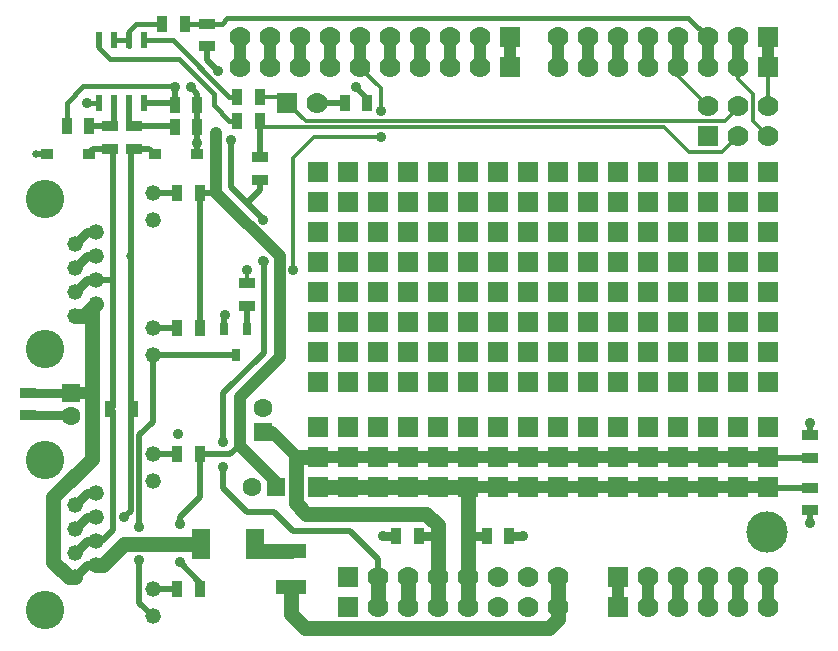
<source format=gtl>
G04 #@! TF.FileFunction,Copper,L1,Top,Signal*
%FSLAX46Y46*%
G04 Gerber Fmt 4.6, Leading zero omitted, Abs format (unit mm)*
G04 Created by KiCad (PCBNEW (2014-jul-16 BZR unknown)-product) date Ter 09 Dez 2014 18:31:11 BRST*
%MOMM*%
G01*
G04 APERTURE LIST*
%ADD10C,0.150000*%
%ADD11C,3.500000*%
%ADD12C,1.778000*%
%ADD13R,1.778000X1.778000*%
%ADD14C,1.600000*%
%ADD15R,1.600000X1.600000*%
%ADD16R,1.397000X0.889000*%
%ADD17R,0.889000X1.397000*%
%ADD18R,1.500000X2.600000*%
%ADD19R,1.016000X0.850900*%
%ADD20C,1.320800*%
%ADD21C,3.251200*%
%ADD22R,0.800100X1.000760*%
%ADD23R,0.599440X1.399540*%
%ADD24R,2.540000X1.270000*%
%ADD25C,0.889000*%
%ADD26C,0.635000*%
%ADD27C,1.270000*%
%ADD28C,0.762000*%
%ADD29C,1.016000*%
%ADD30C,0.508000*%
%ADD31C,0.381000*%
%ADD32C,0.304800*%
%ADD33C,0.254000*%
G04 APERTURE END LIST*
D10*
D11*
X63632400Y-44450000D03*
D12*
X63652400Y-50800000D03*
X61112400Y-50800000D03*
X58572400Y-50800000D03*
D13*
X50952400Y-50800000D03*
D12*
X53492400Y-50800000D03*
X56032400Y-50800000D03*
X63652400Y-48260000D03*
X61112400Y-48260000D03*
X58572400Y-48260000D03*
D13*
X50952400Y-48260000D03*
D12*
X53492400Y-48260000D03*
X56032400Y-48260000D03*
D14*
X4673600Y-34629600D03*
D15*
X4673600Y-32629600D03*
D16*
X1041400Y-34556700D03*
X1041400Y-32651700D03*
X67208400Y-42608500D03*
X67208400Y-40703500D03*
D17*
X15354300Y-8255000D03*
X13449300Y-8255000D03*
D16*
X67208400Y-36258500D03*
X67208400Y-38163500D03*
D17*
X41770300Y-44754800D03*
X39865300Y-44754800D03*
D14*
X20005800Y-40640000D03*
D15*
X22005800Y-40640000D03*
D17*
X32194500Y-44754800D03*
X34099500Y-44754800D03*
D14*
X20929600Y-33975800D03*
D15*
X20929600Y-35975800D03*
D18*
X15712400Y-45440000D03*
X20212400Y-45440000D03*
D19*
X11734800Y-12446000D03*
X15290800Y-12446000D03*
X6146800Y-12446000D03*
X2590800Y-12446000D03*
D12*
X18948400Y-2540000D03*
X26568400Y-2540000D03*
X29108400Y-2540000D03*
X24028400Y-2540000D03*
X21488400Y-2540000D03*
X31648400Y-2540000D03*
X34188400Y-2540000D03*
D13*
X41808400Y-2540000D03*
D12*
X39268400Y-2540000D03*
X36728400Y-2540000D03*
X18948400Y-5080000D03*
X26568400Y-5080000D03*
X29108400Y-5080000D03*
X24028400Y-5080000D03*
X21488400Y-5080000D03*
X31648400Y-5080000D03*
X34188400Y-5080000D03*
D13*
X41808400Y-5080000D03*
D12*
X39268400Y-5080000D03*
X36728400Y-5080000D03*
X48412400Y-2540000D03*
X50952400Y-2540000D03*
X45872400Y-2540000D03*
X53492400Y-2540000D03*
X56032400Y-2540000D03*
D13*
X63652400Y-2540000D03*
D12*
X61112400Y-2540000D03*
X58572400Y-2540000D03*
X48412400Y-5080000D03*
X50952400Y-5080000D03*
X45872400Y-5080000D03*
X53492400Y-5080000D03*
X56032400Y-5080000D03*
D13*
X63652400Y-5080000D03*
D12*
X61112400Y-5080000D03*
X58572400Y-5080000D03*
D20*
X11582400Y-29413200D03*
X11582400Y-27127200D03*
X11582400Y-17983200D03*
X11582400Y-15697200D03*
X6756400Y-18999200D03*
X6756400Y-21031200D03*
X6756400Y-23063200D03*
X6756400Y-25095200D03*
X4978400Y-22047200D03*
X4978400Y-24079200D03*
X4978400Y-20015200D03*
X4978400Y-26111200D03*
D21*
X2438400Y-28905200D03*
X2438400Y-16205200D03*
D20*
X11582400Y-51562000D03*
X11582400Y-49276000D03*
X11582400Y-40132000D03*
X11582400Y-37846000D03*
X6756400Y-41148000D03*
X6756400Y-43180000D03*
X6756400Y-45212000D03*
X6756400Y-47244000D03*
X4978400Y-44196000D03*
X4978400Y-46228000D03*
X4978400Y-42164000D03*
X4978400Y-48260000D03*
D21*
X2438400Y-51054000D03*
X2438400Y-38354000D03*
D13*
X58572400Y-10922000D03*
D12*
X58572400Y-8382000D03*
X61112400Y-10922000D03*
X61112400Y-8382000D03*
X63652400Y-10922000D03*
X63652400Y-8382000D03*
X43332400Y-50800000D03*
X40792400Y-50800000D03*
X45872400Y-50800000D03*
X38252400Y-50800000D03*
X35712400Y-50800000D03*
D13*
X28092400Y-50800000D03*
D12*
X30632400Y-50800000D03*
X33172400Y-50800000D03*
X43332400Y-48260000D03*
X40792400Y-48260000D03*
X45872400Y-48260000D03*
X38252400Y-48260000D03*
X35712400Y-48260000D03*
D13*
X28092400Y-48260000D03*
D12*
X30632400Y-48260000D03*
X33172400Y-48260000D03*
D13*
X63652400Y-29210000D03*
X61112400Y-29210000D03*
X58572400Y-29210000D03*
X56032400Y-29210000D03*
X53492400Y-29210000D03*
X50952400Y-29210000D03*
X48412400Y-29210000D03*
X40792400Y-29210000D03*
X38252400Y-29210000D03*
X43332400Y-29210000D03*
X45872400Y-29210000D03*
X35712400Y-29210000D03*
X33172400Y-29210000D03*
X25552400Y-29210000D03*
X28092400Y-29210000D03*
X30632400Y-29210000D03*
X30632400Y-31750000D03*
X28092400Y-31750000D03*
X25552400Y-31750000D03*
X33172400Y-31750000D03*
X35712400Y-31750000D03*
X45872400Y-31750000D03*
X43332400Y-31750000D03*
X38252400Y-31750000D03*
X40792400Y-31750000D03*
X48412400Y-31750000D03*
X50952400Y-31750000D03*
X53492400Y-31750000D03*
X56032400Y-31750000D03*
X58572400Y-31750000D03*
X61112400Y-31750000D03*
X63652400Y-31750000D03*
X63652400Y-26670000D03*
X61112400Y-26670000D03*
X58572400Y-26670000D03*
X56032400Y-26670000D03*
X53492400Y-26670000D03*
X50952400Y-26670000D03*
X48412400Y-26670000D03*
X40792400Y-26670000D03*
X38252400Y-26670000D03*
X43332400Y-26670000D03*
X45872400Y-26670000D03*
X35712400Y-26670000D03*
X33172400Y-26670000D03*
X25552400Y-26670000D03*
X28092400Y-26670000D03*
X30632400Y-26670000D03*
X30632400Y-24130000D03*
X28092400Y-24130000D03*
X25552400Y-24130000D03*
X33172400Y-24130000D03*
X35712400Y-24130000D03*
X45872400Y-24130000D03*
X43332400Y-24130000D03*
X38252400Y-24130000D03*
X40792400Y-24130000D03*
X48412400Y-24130000D03*
X50952400Y-24130000D03*
X53492400Y-24130000D03*
X56032400Y-24130000D03*
X58572400Y-24130000D03*
X61112400Y-24130000D03*
X63652400Y-24130000D03*
X63652400Y-21590000D03*
X61112400Y-21590000D03*
X58572400Y-21590000D03*
X56032400Y-21590000D03*
X53492400Y-21590000D03*
X50952400Y-21590000D03*
X48412400Y-21590000D03*
X40792400Y-21590000D03*
X38252400Y-21590000D03*
X43332400Y-21590000D03*
X45872400Y-21590000D03*
X35712400Y-21590000D03*
X33172400Y-21590000D03*
X25552400Y-21590000D03*
X28092400Y-21590000D03*
X30632400Y-21590000D03*
X30632400Y-19050000D03*
X28092400Y-19050000D03*
X25552400Y-19050000D03*
X33172400Y-19050000D03*
X35712400Y-19050000D03*
X45872400Y-19050000D03*
X43332400Y-19050000D03*
X38252400Y-19050000D03*
X40792400Y-19050000D03*
X48412400Y-19050000D03*
X50952400Y-19050000D03*
X53492400Y-19050000D03*
X56032400Y-19050000D03*
X58572400Y-19050000D03*
X61112400Y-19050000D03*
X63652400Y-19050000D03*
X63652400Y-16510000D03*
X61112400Y-16510000D03*
X58572400Y-16510000D03*
X56032400Y-16510000D03*
X53492400Y-16510000D03*
X50952400Y-16510000D03*
X48412400Y-16510000D03*
X40792400Y-16510000D03*
X38252400Y-16510000D03*
X43332400Y-16510000D03*
X45872400Y-16510000D03*
X35712400Y-16510000D03*
X33172400Y-16510000D03*
X25552400Y-16510000D03*
X28092400Y-16510000D03*
X30632400Y-16510000D03*
X30632400Y-13970000D03*
X28092400Y-13970000D03*
X25552400Y-13970000D03*
X33172400Y-13970000D03*
X35712400Y-13970000D03*
X45872400Y-13970000D03*
X43332400Y-13970000D03*
X38252400Y-13970000D03*
X40792400Y-13970000D03*
X48412400Y-13970000D03*
X50952400Y-13970000D03*
X53492400Y-13970000D03*
X56032400Y-13970000D03*
X58572400Y-13970000D03*
X61112400Y-13970000D03*
X63652400Y-13970000D03*
X63652400Y-38100000D03*
X61112400Y-38100000D03*
X58572400Y-38100000D03*
X56032400Y-38100000D03*
X53492400Y-38100000D03*
X50952400Y-38100000D03*
X48412400Y-38100000D03*
X40792400Y-38100000D03*
X38252400Y-38100000D03*
X43332400Y-38100000D03*
X45872400Y-38100000D03*
X35712400Y-38100000D03*
X33172400Y-38100000D03*
X25552400Y-38100000D03*
X28092400Y-38100000D03*
X30632400Y-38100000D03*
X63652400Y-40640000D03*
X61112400Y-40640000D03*
X58572400Y-40640000D03*
X56032400Y-40640000D03*
X53492400Y-40640000D03*
X50952400Y-40640000D03*
X48412400Y-40640000D03*
X40792400Y-40640000D03*
X38252400Y-40640000D03*
X43332400Y-40640000D03*
X45872400Y-40640000D03*
X35712400Y-40640000D03*
X33172400Y-40640000D03*
X25552400Y-40640000D03*
X28092400Y-40640000D03*
X30632400Y-40640000D03*
X63652400Y-35560000D03*
X61112400Y-35560000D03*
X58572400Y-35560000D03*
X56032400Y-35560000D03*
X53492400Y-35560000D03*
X50952400Y-35560000D03*
X48412400Y-35560000D03*
X40792400Y-35560000D03*
X38252400Y-35560000D03*
X43332400Y-35560000D03*
X45872400Y-35560000D03*
X35712400Y-35560000D03*
X33172400Y-35560000D03*
X25552400Y-35560000D03*
X28092400Y-35560000D03*
X30632400Y-35560000D03*
D22*
X18612400Y-29449820D03*
X17659900Y-27250180D03*
X19564900Y-27250180D03*
D17*
X9893300Y-34036000D03*
X7988300Y-34036000D03*
D16*
X9956800Y-12001500D03*
X9956800Y-10096500D03*
X7924800Y-12001500D03*
X7924800Y-10096500D03*
D17*
X13449300Y-10160000D03*
X15354300Y-10160000D03*
X4305300Y-10033000D03*
X6210300Y-10033000D03*
D16*
X20632400Y-12687500D03*
X20632400Y-14592500D03*
X16182400Y-1387500D03*
X16182400Y-3292500D03*
X19562400Y-25282500D03*
X19562400Y-23377500D03*
D17*
X13679900Y-49280000D03*
X15584900Y-49280000D03*
X13679900Y-37850000D03*
X15584900Y-37850000D03*
X13679900Y-27130000D03*
X15584900Y-27130000D03*
X13679900Y-15700000D03*
X15584900Y-15700000D03*
X18729900Y-7590000D03*
X20634900Y-7590000D03*
X12409900Y-1400000D03*
X14314900Y-1400000D03*
X18729900Y-9610000D03*
X20634900Y-9610000D03*
D23*
X10845800Y-8128000D03*
X10845800Y-2794000D03*
X9575800Y-8128000D03*
X8305800Y-8128000D03*
X7035800Y-8128000D03*
X9575800Y-2794000D03*
X8305800Y-2794000D03*
X7035800Y-2794000D03*
D13*
X22992400Y-8120000D03*
D12*
X25532400Y-8120000D03*
D17*
X29764900Y-8120000D03*
X27859900Y-8120000D03*
D24*
X23292400Y-49124000D03*
X23292400Y-46076000D03*
D25*
X13742400Y-36170000D03*
X13432400Y-6780000D03*
X16982400Y-10680000D03*
X22021800Y-40640000D03*
X13852400Y-46990000D03*
X13852400Y-43770000D03*
X28802400Y-6770000D03*
X14802400Y-6780000D03*
X15354300Y-11460000D03*
X17662400Y-26040000D03*
D26*
X1689100Y-12446000D03*
D25*
X5994400Y-8128000D03*
X67208400Y-35204400D03*
X67208400Y-43637200D03*
X42926000Y-44754800D03*
X31038800Y-44754800D03*
X30882400Y-8830000D03*
X30882400Y-10970000D03*
X19562400Y-22280000D03*
X23502400Y-22280000D03*
X9142400Y-43180000D03*
D26*
X9677400Y-21031200D03*
D25*
X10462400Y-46840000D03*
X10462400Y-43980000D03*
X18232400Y-11270000D03*
X20962400Y-21460000D03*
X17542400Y-38960000D03*
X17542400Y-36780000D03*
X20962400Y-17980000D03*
X17082400Y-5380000D03*
D27*
X6756400Y-47244000D02*
X7388400Y-47244000D01*
X9192400Y-45440000D02*
X15712400Y-45440000D01*
X7388400Y-47244000D02*
X9192400Y-45440000D01*
D28*
X5994400Y-47244000D02*
X4978400Y-48260000D01*
X6756400Y-47244000D02*
X5994400Y-47244000D01*
D27*
X6400800Y-25450800D02*
X6756400Y-25095200D01*
X3149600Y-46939200D02*
X3149600Y-41503600D01*
X4978400Y-48260000D02*
X4470400Y-48260000D01*
X3149600Y-46939200D02*
X4470400Y-48260000D01*
X3149600Y-41503600D02*
X6400800Y-38252400D01*
X6400800Y-32613600D02*
X6400800Y-25450800D01*
X6400800Y-38252400D02*
X6400800Y-32613600D01*
X6400800Y-25450800D02*
X6756400Y-25095200D01*
X5740400Y-26111200D02*
X6400800Y-25450800D01*
X4978400Y-26111200D02*
X5740400Y-26111200D01*
D29*
X6400800Y-32629600D02*
X6400800Y-32613600D01*
X4673600Y-32629600D02*
X6400800Y-32629600D01*
D28*
X4651500Y-32651700D02*
X4673600Y-32629600D01*
X1041400Y-32651700D02*
X4651500Y-32651700D01*
D29*
X20929600Y-35975800D02*
X21698200Y-35975800D01*
X21698200Y-35975800D02*
X23822400Y-38100000D01*
D27*
X34721800Y-42875200D02*
X24587200Y-42875200D01*
X35712400Y-50800000D02*
X35712400Y-48260000D01*
D29*
X25552400Y-38100000D02*
X28092400Y-38100000D01*
X28092400Y-38100000D02*
X30632400Y-38100000D01*
X30632400Y-38100000D02*
X33172400Y-38100000D01*
X33172400Y-38100000D02*
X35712400Y-38100000D01*
X35712400Y-38100000D02*
X38252400Y-38100000D01*
X38252400Y-38100000D02*
X40792400Y-38100000D01*
X40792400Y-38100000D02*
X43332400Y-38100000D01*
X43332400Y-38100000D02*
X45872400Y-38100000D01*
X45872400Y-38100000D02*
X48412400Y-38100000D01*
X48412400Y-38100000D02*
X50952400Y-38100000D01*
X50952400Y-38100000D02*
X53492400Y-38100000D01*
X53492400Y-38100000D02*
X56032400Y-38100000D01*
X56032400Y-38100000D02*
X58572400Y-38100000D01*
X58572400Y-38100000D02*
X61112400Y-38100000D01*
X61112400Y-38100000D02*
X63652400Y-38100000D01*
D28*
X35775900Y-48196500D02*
X35712400Y-48260000D01*
D29*
X35775900Y-48196500D02*
X35712400Y-48260000D01*
D30*
X63715900Y-38163500D02*
X63652400Y-38100000D01*
X67208400Y-38163500D02*
X63715900Y-38163500D01*
D27*
X23723600Y-38100000D02*
X23822400Y-38100000D01*
X23822400Y-38100000D02*
X25552400Y-38100000D01*
X23698200Y-41986200D02*
X23698200Y-38125400D01*
X35712400Y-43865800D02*
X34721800Y-42875200D01*
X24587200Y-42875200D02*
X23698200Y-41986200D01*
X23698200Y-38125400D02*
X23723600Y-38100000D01*
X35712400Y-44856400D02*
X35712400Y-43865800D01*
X35712400Y-48260000D02*
X35712400Y-44856400D01*
D28*
X35712400Y-44754800D02*
X35712400Y-44856400D01*
X34099500Y-44754800D02*
X35712400Y-44754800D01*
D30*
X18952400Y-37110000D02*
X18852400Y-37110000D01*
X18112400Y-37850000D02*
X15584900Y-37850000D01*
X18852400Y-37110000D02*
X18112400Y-37850000D01*
D29*
X22005800Y-40640000D02*
X22005800Y-40163400D01*
X22005800Y-40163400D02*
X18952400Y-37110000D01*
X18952400Y-37110000D02*
X18952400Y-32970000D01*
D30*
X15584900Y-15700000D02*
X16922400Y-15700000D01*
X16922400Y-15700000D02*
X16982400Y-15760000D01*
D31*
X5689600Y-6705600D02*
X13358000Y-6705600D01*
X5689600Y-6705600D02*
X4305300Y-8089900D01*
X4305300Y-10033000D02*
X4305300Y-8089900D01*
X13358000Y-6705600D02*
X13432400Y-6780000D01*
D30*
X13432400Y-8238100D02*
X13432400Y-6780000D01*
D29*
X22322400Y-21100000D02*
X16982400Y-15760000D01*
X22322400Y-29600000D02*
X22322400Y-21100000D01*
X18952400Y-32970000D02*
X22322400Y-29600000D01*
X16982400Y-15760000D02*
X16982400Y-10680000D01*
D30*
X13432400Y-8238100D02*
X13449300Y-8255000D01*
X15584900Y-27130000D02*
X15584900Y-15700000D01*
D29*
X63652400Y-40640000D02*
X61112400Y-40640000D01*
D27*
X38252400Y-50800000D02*
X38252400Y-48260000D01*
D29*
X61112400Y-40640000D02*
X58572400Y-40640000D01*
X58572400Y-40640000D02*
X56032400Y-40640000D01*
X56032400Y-40640000D02*
X53492400Y-40640000D01*
X53492400Y-40640000D02*
X50952400Y-40640000D01*
X48412400Y-40640000D02*
X45872400Y-40640000D01*
X50952400Y-40640000D02*
X48412400Y-40640000D01*
X43332400Y-40640000D02*
X45872400Y-40640000D01*
X40792400Y-40640000D02*
X43332400Y-40640000D01*
X38252400Y-40640000D02*
X40792400Y-40640000D01*
D27*
X35712400Y-40640000D02*
X38252400Y-40640000D01*
X25552400Y-40640000D02*
X28092400Y-40640000D01*
X28092400Y-40640000D02*
X30632400Y-40640000D01*
X30632400Y-40640000D02*
X33172400Y-40640000D01*
X33172400Y-40640000D02*
X35712400Y-40640000D01*
D30*
X63715900Y-40703500D02*
X63652400Y-40640000D01*
X67208400Y-40703500D02*
X63715900Y-40703500D01*
D27*
X38252400Y-44754800D02*
X38252400Y-40640000D01*
X38252400Y-48260000D02*
X38252400Y-44754800D01*
D28*
X39865300Y-44754800D02*
X38252400Y-44754800D01*
D30*
X15584900Y-48722500D02*
X15584900Y-49280000D01*
X15584900Y-41437500D02*
X13852400Y-43170000D01*
X13852400Y-43170000D02*
X13852400Y-43770000D01*
X15584900Y-37850000D02*
X15584900Y-41437500D01*
X13852400Y-46990000D02*
X15584900Y-48722500D01*
X13322300Y-8128000D02*
X13449300Y-8255000D01*
X13322300Y-8128000D02*
X13449300Y-8255000D01*
X10845800Y-8128000D02*
X13322300Y-8128000D01*
X13449300Y-8255000D02*
X13462000Y-8255000D01*
D29*
X50952400Y-50800000D02*
X50952400Y-48260000D01*
X53492400Y-48260000D02*
X53492400Y-50800000D01*
X56032400Y-50800000D02*
X56032400Y-48260000D01*
X58572400Y-48260000D02*
X58572400Y-50800000D01*
X21488400Y-2540000D02*
X21488400Y-5080000D01*
X61112400Y-50800000D02*
X61112400Y-48260000D01*
X18948400Y-2540000D02*
X18948400Y-5080000D01*
X63652400Y-48260000D02*
X63652400Y-50800000D01*
X24028400Y-2540000D02*
X24028400Y-5080000D01*
D32*
X29764900Y-8120000D02*
X29764900Y-7732500D01*
D30*
X29764900Y-7732500D02*
X28802400Y-6770000D01*
X15354300Y-8255000D02*
X15354300Y-7331900D01*
X15354300Y-7331900D02*
X14802400Y-6780000D01*
X17659900Y-27250180D02*
X17659900Y-26042500D01*
X17659900Y-26042500D02*
X17662400Y-26040000D01*
X2694940Y-12446000D02*
X1689100Y-12446000D01*
D29*
X26568400Y-2540000D02*
X26568400Y-5080000D01*
D28*
X5994400Y-41148000D02*
X4978400Y-42164000D01*
X6756400Y-41148000D02*
X5994400Y-41148000D01*
D30*
X15354300Y-8255000D02*
X15354300Y-10160000D01*
D31*
X7035800Y-8128000D02*
X5994400Y-8128000D01*
D30*
X67208400Y-36258500D02*
X67208400Y-35204400D01*
X67208400Y-42608500D02*
X67208400Y-43637200D01*
D28*
X5994400Y-18999200D02*
X4978400Y-20015200D01*
X6756400Y-18999200D02*
X5994400Y-18999200D01*
X4600700Y-34556700D02*
X4673600Y-34629600D01*
X1041400Y-34556700D02*
X4600700Y-34556700D01*
X41770300Y-44754800D02*
X42926000Y-44754800D01*
X32194500Y-44754800D02*
X31038800Y-44754800D01*
D30*
X15354300Y-12278360D02*
X15186660Y-12446000D01*
X15354300Y-10160000D02*
X15354300Y-11460000D01*
X15354300Y-11460000D02*
X15354300Y-12278360D01*
D32*
X63652400Y-5080000D02*
X63652400Y-8382000D01*
D29*
X63652400Y-2540000D02*
X63652400Y-5080000D01*
D33*
X63652400Y-5080000D02*
X63652400Y-5842000D01*
D32*
X61112400Y-5080000D02*
X61112400Y-6120000D01*
X62372400Y-9642000D02*
X63652400Y-10922000D01*
X62372400Y-7380000D02*
X62372400Y-9642000D01*
X61112400Y-6120000D02*
X62372400Y-7380000D01*
D29*
X61112400Y-2540000D02*
X61112400Y-5080000D01*
D33*
X61112400Y-5080000D02*
X61112400Y-5842000D01*
D29*
X36728400Y-2540000D02*
X36728400Y-5080000D01*
X34188400Y-2540000D02*
X34188400Y-5080000D01*
X31648400Y-2540000D02*
X31648400Y-5080000D01*
D32*
X30882400Y-10970000D02*
X25262400Y-10970000D01*
X30882400Y-6880000D02*
X30882400Y-8830000D01*
X29108400Y-5106000D02*
X30882400Y-6880000D01*
X23502400Y-22280000D02*
X23502400Y-12730000D01*
X19562400Y-22280000D02*
X19562400Y-23377500D01*
X25262400Y-10970000D02*
X23502400Y-12730000D01*
X29108400Y-5080000D02*
X29108400Y-5106000D01*
D29*
X29108400Y-2540000D02*
X29108400Y-5080000D01*
D31*
X56922400Y-900000D02*
X17912400Y-900000D01*
X58562400Y-2540000D02*
X56922400Y-900000D01*
X17424900Y-1387500D02*
X16182400Y-1387500D01*
X17912400Y-900000D02*
X17424900Y-1387500D01*
X14314900Y-1400000D02*
X16169900Y-1400000D01*
X16169900Y-1400000D02*
X16182400Y-1387500D01*
X58572400Y-2540000D02*
X58562400Y-2540000D01*
D29*
X58572400Y-2540000D02*
X58572400Y-5080000D01*
D32*
X56032400Y-5080000D02*
X56032400Y-5842000D01*
X56032400Y-5842000D02*
X58572400Y-8382000D01*
D29*
X56032400Y-2540000D02*
X56032400Y-5080000D01*
X53492400Y-2540000D02*
X53492400Y-5080000D01*
X50952400Y-2540000D02*
X50952400Y-5080000D01*
X48412400Y-2540000D02*
X48412400Y-5080000D01*
X45872400Y-2540000D02*
X45872400Y-5080000D01*
X41808400Y-2540000D02*
X41808400Y-5080000D01*
X39268400Y-2540000D02*
X39268400Y-5080000D01*
D27*
X33172400Y-50800000D02*
X33172400Y-48260000D01*
D30*
X6487160Y-12001500D02*
X6042660Y-12446000D01*
D28*
X5994400Y-45212000D02*
X4978400Y-46228000D01*
X6756400Y-45212000D02*
X5994400Y-45212000D01*
D30*
X7937500Y-12014200D02*
X7924800Y-12001500D01*
X7924800Y-12001500D02*
X6487160Y-12001500D01*
X7823200Y-12103100D02*
X7924800Y-12001500D01*
X7988300Y-34036000D02*
X8178800Y-33845500D01*
D28*
X5994400Y-23063200D02*
X4978400Y-24079200D01*
X6756400Y-23063200D02*
X5994400Y-23063200D01*
D30*
X6756400Y-23063200D02*
X7035800Y-23063200D01*
X8178800Y-12255500D02*
X7924800Y-12001500D01*
X8178800Y-22758400D02*
X8178800Y-12255500D01*
X8178800Y-23037800D02*
X8178800Y-22758400D01*
X8153400Y-23063200D02*
X8178800Y-23037800D01*
X6756400Y-23063200D02*
X8153400Y-23063200D01*
X8153400Y-33870900D02*
X7988300Y-34036000D01*
X8178800Y-33845500D02*
X7988300Y-34036000D01*
X8178800Y-22758400D02*
X8178800Y-33845500D01*
X8178800Y-34226500D02*
X7988300Y-34036000D01*
X6756400Y-45212000D02*
X7264400Y-45212000D01*
X7264400Y-45212000D02*
X8178800Y-44297600D01*
X8178800Y-44297600D02*
X8178800Y-34226500D01*
X9702800Y-34226500D02*
X9702800Y-42619600D01*
X9702800Y-42619600D02*
X9142400Y-43180000D01*
X9702800Y-34226500D02*
X9893300Y-34036000D01*
X9702800Y-33845500D02*
X9702800Y-22402800D01*
X9702800Y-22402800D02*
X9702800Y-21031200D01*
X9702800Y-33845500D02*
X9893300Y-34036000D01*
X11734800Y-12446000D02*
X11290300Y-12001500D01*
X11838940Y-12446000D02*
X11734800Y-12446000D01*
X11290300Y-12001500D02*
X9956800Y-12001500D01*
D28*
X5994400Y-43180000D02*
X4978400Y-44196000D01*
X6756400Y-43180000D02*
X5994400Y-43180000D01*
D30*
X9842500Y-12115800D02*
X9956800Y-12001500D01*
X9702800Y-33845500D02*
X9893300Y-34036000D01*
X9702800Y-34226500D02*
X9893300Y-34036000D01*
X9702800Y-12255500D02*
X9956800Y-12001500D01*
X9702800Y-21031200D02*
X9702800Y-12255500D01*
D28*
X5994400Y-21031200D02*
X4978400Y-22047200D01*
X6756400Y-21031200D02*
X5994400Y-21031200D01*
D30*
X9677400Y-21031200D02*
X9702800Y-21031200D01*
D32*
X20634900Y-7590000D02*
X22462400Y-7590000D01*
X22462400Y-7590000D02*
X22992400Y-8120000D01*
X60032400Y-9650000D02*
X24522400Y-9650000D01*
X61112400Y-8570000D02*
X60032400Y-9650000D01*
X24522400Y-9650000D02*
X22992400Y-8120000D01*
X61112400Y-8382000D02*
X61112400Y-8570000D01*
X59772400Y-12260000D02*
X56952400Y-12260000D01*
X61110400Y-10922000D02*
X59772400Y-12260000D01*
X54850402Y-10158002D02*
X20484398Y-10158002D01*
X56952400Y-12260000D02*
X54850402Y-10158002D01*
X20484398Y-10158002D02*
X20634900Y-10007500D01*
X20634900Y-10007500D02*
X20634900Y-9610000D01*
D30*
X20634900Y-9610000D02*
X20634900Y-12685000D01*
X20634900Y-12685000D02*
X20632400Y-12687500D01*
D32*
X61112400Y-10922000D02*
X61110400Y-10922000D01*
D27*
X23296400Y-49128000D02*
X23296400Y-51384000D01*
X23296400Y-51384000D02*
X24472400Y-52560000D01*
X24472400Y-52560000D02*
X45142400Y-52560000D01*
X45142400Y-52560000D02*
X45872400Y-51830000D01*
X45872400Y-51830000D02*
X45872400Y-50800000D01*
X23296400Y-49128000D02*
X23292400Y-49124000D01*
X45872400Y-48260000D02*
X45872400Y-50800000D01*
D29*
X45872400Y-50800000D02*
X45872400Y-51155600D01*
D27*
X23292400Y-46076000D02*
X20396400Y-46076000D01*
X20396400Y-46076000D02*
X20212400Y-45892000D01*
X20212400Y-45892000D02*
X20212400Y-45440000D01*
X20248400Y-45476000D02*
X20212400Y-45440000D01*
D30*
X10462400Y-46840000D02*
X10462400Y-50442000D01*
X10462400Y-43980000D02*
X10462400Y-36201602D01*
X11582400Y-29413200D02*
X11582400Y-35081602D01*
X11582400Y-35081602D02*
X10462400Y-36201602D01*
X10462400Y-50442000D02*
X11582400Y-51562000D01*
X11582400Y-29413200D02*
X18575780Y-29413200D01*
X18575780Y-29413200D02*
X18612400Y-29449820D01*
X11582400Y-27127200D02*
X13677100Y-27127200D01*
X13677100Y-27127200D02*
X13679900Y-27130000D01*
X13679900Y-15700000D02*
X11585200Y-15700000D01*
X11585200Y-15700000D02*
X11582400Y-15697200D01*
X11607800Y-15722600D02*
X11582400Y-15697200D01*
X13679900Y-49280000D02*
X11586400Y-49280000D01*
X11586400Y-49280000D02*
X11582400Y-49276000D01*
X11582400Y-37846000D02*
X13675900Y-37846000D01*
X13675900Y-37846000D02*
X13679900Y-37850000D01*
X20632400Y-14592500D02*
X20632400Y-15480000D01*
X20632400Y-15480000D02*
X19552400Y-16560000D01*
X20962400Y-17970000D02*
X19552400Y-16560000D01*
X19552400Y-16560000D02*
X18232400Y-15240000D01*
X18232400Y-15240000D02*
X18232400Y-11270000D01*
X17542400Y-32680000D02*
X20972400Y-29250000D01*
X20972400Y-29250000D02*
X20972400Y-21470000D01*
D28*
X20972400Y-21470000D02*
X20962400Y-21460000D01*
D30*
X30632400Y-46680000D02*
X28322400Y-44370000D01*
X28322400Y-44370000D02*
X23432400Y-44370000D01*
X23432400Y-44370000D02*
X21832400Y-42770000D01*
X21832400Y-42770000D02*
X19582400Y-42770000D01*
X19582400Y-42770000D02*
X17542400Y-40730000D01*
X17542400Y-40730000D02*
X17542400Y-38960000D01*
X30632400Y-48260000D02*
X30632400Y-46680000D01*
X17542400Y-36780000D02*
X17542400Y-32680000D01*
X20962400Y-17980000D02*
X20962400Y-17970000D01*
X16182400Y-4480000D02*
X16182400Y-3292500D01*
X17082400Y-5380000D02*
X16182400Y-4480000D01*
D27*
X30632400Y-50800000D02*
X30632400Y-48260000D01*
D28*
X30695900Y-48196500D02*
X30632400Y-48260000D01*
D29*
X30695900Y-48196500D02*
X30632400Y-48260000D01*
D30*
X19562400Y-25282500D02*
X19562400Y-27247680D01*
X19562400Y-27247680D02*
X19564900Y-27250180D01*
X9575800Y-9715500D02*
X9956800Y-10096500D01*
X9575800Y-8128000D02*
X9575800Y-9715500D01*
X13385800Y-10096500D02*
X13449300Y-10160000D01*
X9956800Y-10096500D02*
X13385800Y-10096500D01*
X8305800Y-9715500D02*
X7924800Y-10096500D01*
X8305800Y-8128000D02*
X8305800Y-9715500D01*
X6273800Y-10096500D02*
X6210300Y-10033000D01*
X7924800Y-10096500D02*
X6273800Y-10096500D01*
D31*
X10845800Y-2794000D02*
X13266400Y-2794000D01*
X18062400Y-7590000D02*
X18729900Y-7590000D01*
X13266400Y-2794000D02*
X18062400Y-7590000D01*
X9575800Y-2794000D02*
X9575800Y-1986600D01*
X10162400Y-1400000D02*
X12409900Y-1400000D01*
X9575800Y-1986600D02*
X10162400Y-1400000D01*
X9575800Y-2794000D02*
X9575800Y-3253400D01*
X8305800Y-2794000D02*
X9575800Y-2794000D01*
X16732400Y-7320000D02*
X16732400Y-8270000D01*
X13812400Y-4400000D02*
X16732400Y-7320000D01*
X7962400Y-4400000D02*
X13812400Y-4400000D01*
X7035800Y-3473400D02*
X7962400Y-4400000D01*
X18072400Y-9610000D02*
X18729900Y-9610000D01*
X16732400Y-8270000D02*
X18072400Y-9610000D01*
X7035800Y-2794000D02*
X7035800Y-3473400D01*
D30*
X25532400Y-8120000D02*
X27859900Y-8120000D01*
M02*

</source>
